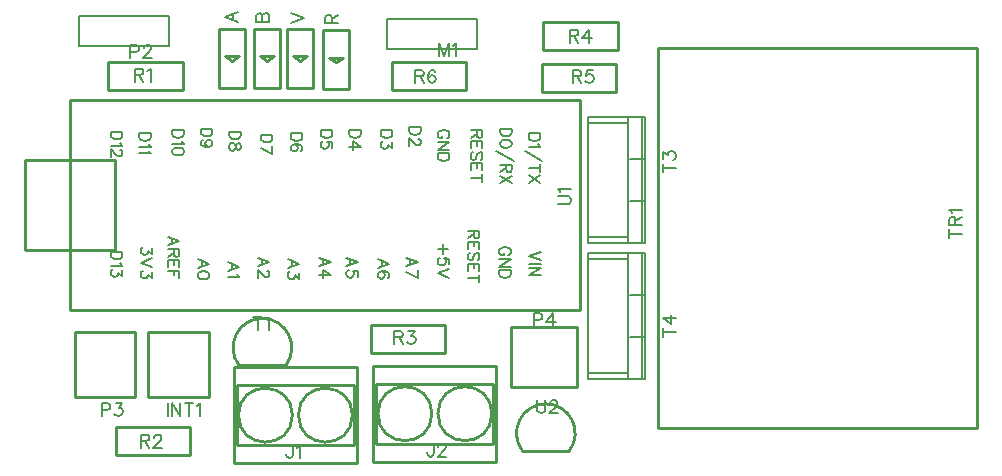
<source format=gto>
G04 Layer: TopSilkLayer*
G04 EasyEDA v5.9.42, Mon, 25 Mar 2019 11:55:45 GMT*
G04 b1db4e5ec28044f985901455ebfe0152*
G04 Gerber Generator version 0.2*
G04 Scale: 100 percent, Rotated: No, Reflected: No *
G04 Dimensions in millimeters *
G04 leading zeros omitted , absolute positions ,3 integer and 3 decimal *
%FSLAX33Y33*%
%MOMM*%
G90*
G71D02*

%ADD10C,0.254000*%
%ADD11C,0.152400*%
%ADD12C,0.203200*%
%ADD28C,0.149987*%
%ADD29C,0.202999*%

%LPD*%
G54D10*
G01X254Y30734D02*
G01X254Y12954D01*
G01X254Y12954D02*
G01X43434Y12954D01*
G01X43434Y12954D02*
G01X43434Y30734D01*
G01X43434Y30734D02*
G01X254Y30734D01*
G01X4064Y25654D02*
G01X-3556Y25654D01*
G01X-3556Y18034D01*
G01X4064Y18034D01*
G01X4064Y25654D01*
G54D28*
G01X47498Y19177D02*
G01X44069Y19177D01*
G01X47498Y28829D02*
G01X44069Y28829D01*
G01X48641Y18669D02*
G01X48641Y29337D01*
G01X47625Y22225D02*
G01X48895Y22225D01*
G01X47625Y25781D02*
G01X48895Y25781D01*
G01X47498Y29337D02*
G01X47498Y18669D01*
G01X48895Y29337D02*
G01X48895Y18669D01*
G01X44069Y18669D01*
G01X44069Y29337D01*
G01X48895Y29337D01*
G01X47498Y7620D02*
G01X44069Y7620D01*
G01X47498Y17272D02*
G01X44069Y17272D01*
G01X48641Y7112D02*
G01X48641Y17780D01*
G01X47625Y10668D02*
G01X48895Y10668D01*
G01X47625Y14224D02*
G01X48895Y14224D01*
G01X47498Y17780D02*
G01X47498Y7112D01*
G01X48895Y17780D02*
G01X48895Y7112D01*
G01X44069Y7112D01*
G01X44069Y17780D01*
G01X48895Y17780D01*
G54D10*
G01X18489Y8279D02*
G01X14530Y8279D01*
G01X4089Y711D02*
G01X4089Y3098D01*
G01X4089Y3098D02*
G01X10388Y3098D01*
G01X10388Y3098D02*
G01X10388Y711D01*
G01X10388Y711D02*
G01X4089Y711D01*
G01X40284Y35001D02*
G01X40284Y37388D01*
G01X40284Y37388D02*
G01X46583Y37388D01*
G01X46583Y37388D02*
G01X46583Y35001D01*
G01X46583Y35001D02*
G01X40284Y35001D01*
G01X40157Y31445D02*
G01X40157Y33832D01*
G01X40157Y33832D02*
G01X46456Y33832D01*
G01X46456Y33832D02*
G01X46456Y31445D01*
G01X46456Y31445D02*
G01X40157Y31445D01*
G01X25679Y9347D02*
G01X25679Y11734D01*
G01X25679Y11734D02*
G01X31978Y11734D01*
G01X31978Y11734D02*
G01X31978Y9347D01*
G01X31978Y9347D02*
G01X25679Y9347D01*
G01X3454Y31572D02*
G01X3454Y33959D01*
G01X3454Y33959D02*
G01X9753Y33959D01*
G01X9753Y33959D02*
G01X9753Y31572D01*
G01X9753Y31572D02*
G01X3454Y31572D01*
G01X23332Y34333D02*
G01X22733Y33933D01*
G01X22133Y34333D01*
G01X23332Y34333D01*
G01X23809Y36645D02*
G01X23809Y31646D01*
G01X21610Y31646D01*
G01X21610Y36645D01*
G01X23809Y36645D01*
G01X20284Y34460D02*
G01X19685Y34060D01*
G01X19085Y34460D01*
G01X20284Y34460D01*
G01X20761Y36772D02*
G01X20761Y31773D01*
G01X18562Y31773D01*
G01X18562Y36772D01*
G01X20761Y36772D01*
G01X17490Y34460D02*
G01X16891Y34060D01*
G01X16291Y34460D01*
G01X17490Y34460D01*
G01X17967Y36772D02*
G01X17967Y31773D01*
G01X15768Y31773D01*
G01X15768Y36772D01*
G01X17967Y36772D01*
G01X14569Y34460D02*
G01X13970Y34060D01*
G01X13370Y34460D01*
G01X14569Y34460D01*
G01X15046Y36772D02*
G01X15046Y31773D01*
G01X12847Y31773D01*
G01X12847Y36772D01*
G01X15046Y36772D01*
G54D12*
G01X2921Y37846D02*
G01X1016Y37846D01*
G01X1016Y35306D01*
G01X8636Y35306D01*
G01X8636Y37846D01*
G54D29*
G01X8636Y37846D02*
G01X2921Y37846D01*
G54D12*
G01X28956Y37592D02*
G01X27051Y37592D01*
G01X27051Y35052D01*
G01X34671Y35052D01*
G01X34671Y37592D01*
G54D29*
G01X34671Y37592D02*
G01X28956Y37592D01*
G54D10*
G01X11911Y5586D02*
G01X6861Y5586D01*
G01X6861Y11136D01*
G01X11961Y11136D01*
G01X11961Y5586D01*
G01X27457Y31572D02*
G01X27457Y33959D01*
G01X27457Y33959D02*
G01X33756Y33959D01*
G01X33756Y33959D02*
G01X33756Y31572D01*
G01X33756Y31572D02*
G01X27457Y31572D01*
G01X5688Y5586D02*
G01X638Y5586D01*
G01X638Y11136D01*
G01X5738Y11136D01*
G01X5738Y5586D01*
G01X77000Y35151D02*
G01X77000Y2948D01*
G01X77000Y2948D02*
G01X49999Y2948D01*
G01X49999Y2948D02*
G01X49999Y35151D01*
G01X49999Y35151D02*
G01X77000Y35151D01*
G01X14097Y0D02*
G01X14097Y8128D01*
G01X24511Y8128D01*
G01X24511Y0D01*
G01X14097Y0D01*
G01X14351Y1524D02*
G01X14351Y6604D01*
G01X24257Y6604D01*
G01X24257Y1524D01*
G01X14351Y1524D01*
G01X36322Y8255D02*
G01X36322Y127D01*
G01X25908Y127D01*
G01X25908Y8255D01*
G01X36322Y8255D01*
G01X36068Y6731D02*
G01X36068Y1651D01*
G01X26162Y1651D01*
G01X26162Y6731D01*
G01X36068Y6731D01*
G01X37590Y6503D02*
G01X37590Y11553D01*
G01X43140Y11553D01*
G01X43140Y6453D01*
G01X37590Y6453D01*
G01X42492Y1040D02*
G01X38533Y1040D01*
G54D11*
G01X41528Y21910D02*
G01X42306Y21910D01*
G01X42463Y21960D01*
G01X42567Y22064D01*
G01X42618Y22222D01*
G01X42618Y22326D01*
G01X42567Y22481D01*
G01X42463Y22585D01*
G01X42306Y22636D01*
G01X41528Y22636D01*
G01X41734Y22979D02*
G01X41683Y23083D01*
G01X41528Y23241D01*
G01X42618Y23241D01*
G54D12*
G01X40027Y27939D02*
G01X39057Y27939D01*
G01X40027Y27939D02*
G01X40027Y27617D01*
G01X39982Y27477D01*
G01X39890Y27386D01*
G01X39796Y27340D01*
G01X39659Y27292D01*
G01X39428Y27292D01*
G01X39288Y27340D01*
G01X39197Y27386D01*
G01X39105Y27477D01*
G01X39057Y27617D01*
G01X39057Y27939D01*
G01X39842Y26987D02*
G01X39890Y26896D01*
G01X40027Y26758D01*
G01X39057Y26758D01*
G01X40213Y25620D02*
G01X38734Y26454D01*
G01X40027Y24993D02*
G01X39057Y24993D01*
G01X40027Y25316D02*
G01X40027Y24670D01*
G01X40027Y24366D02*
G01X39057Y23718D01*
G01X40027Y23718D02*
G01X39057Y24366D01*
G01X37315Y17594D02*
G01X37409Y17640D01*
G01X37500Y17734D01*
G01X37546Y17825D01*
G01X37546Y18011D01*
G01X37500Y18102D01*
G01X37409Y18196D01*
G01X37315Y18242D01*
G01X37178Y18288D01*
G01X36946Y18288D01*
G01X36807Y18242D01*
G01X36715Y18196D01*
G01X36624Y18102D01*
G01X36576Y18011D01*
G01X36576Y17825D01*
G01X36624Y17734D01*
G01X36715Y17640D01*
G01X36807Y17594D01*
G01X36946Y17594D01*
G01X36946Y17825D02*
G01X36946Y17594D01*
G01X37546Y17289D02*
G01X36576Y17289D01*
G01X37546Y17289D02*
G01X36576Y16644D01*
G01X37546Y16644D02*
G01X36576Y16644D01*
G01X37546Y16339D02*
G01X36576Y16339D01*
G01X37546Y16339D02*
G01X37546Y16014D01*
G01X37500Y15877D01*
G01X37409Y15786D01*
G01X37315Y15737D01*
G01X37178Y15692D01*
G01X36946Y15692D01*
G01X36807Y15737D01*
G01X36715Y15786D01*
G01X36624Y15877D01*
G01X36576Y16014D01*
G01X36576Y16339D01*
G01X32202Y18125D02*
G01X31369Y18125D01*
G01X31785Y18542D02*
G01X31785Y17711D01*
G01X32339Y16852D02*
G01X32339Y17312D01*
G01X31925Y17360D01*
G01X31971Y17312D01*
G01X32016Y17175D01*
G01X32016Y17035D01*
G01X31971Y16898D01*
G01X31877Y16804D01*
G01X31739Y16758D01*
G01X31645Y16758D01*
G01X31508Y16804D01*
G01X31417Y16898D01*
G01X31369Y17035D01*
G01X31369Y17175D01*
G01X31417Y17312D01*
G01X31463Y17360D01*
G01X31554Y17406D01*
G01X32339Y16454D02*
G01X31369Y16085D01*
G01X32339Y15714D02*
G01X31369Y16085D01*
G01X4653Y28067D02*
G01X3682Y28067D01*
G01X4653Y28067D02*
G01X4653Y27744D01*
G01X4607Y27604D01*
G01X4516Y27513D01*
G01X4422Y27467D01*
G01X4284Y27419D01*
G01X4053Y27419D01*
G01X3914Y27467D01*
G01X3822Y27513D01*
G01X3731Y27604D01*
G01X3682Y27744D01*
G01X3682Y28067D01*
G01X4467Y27114D02*
G01X4516Y27023D01*
G01X4653Y26885D01*
G01X3682Y26885D01*
G01X4422Y26532D02*
G01X4467Y26532D01*
G01X4561Y26487D01*
G01X4607Y26441D01*
G01X4653Y26349D01*
G01X4653Y26164D01*
G01X4607Y26073D01*
G01X4561Y26024D01*
G01X4467Y25979D01*
G01X4376Y25979D01*
G01X4284Y26024D01*
G01X4145Y26118D01*
G01X3682Y26581D01*
G01X3682Y25933D01*
G01X40086Y17907D02*
G01X39116Y17538D01*
G01X40086Y17167D02*
G01X39116Y17538D01*
G01X40086Y16863D02*
G01X39116Y16863D01*
G01X40086Y16558D02*
G01X39116Y16558D01*
G01X40086Y16558D02*
G01X39116Y15913D01*
G01X40086Y15913D02*
G01X39116Y15913D01*
G01X4653Y17907D02*
G01X3682Y17907D01*
G01X4653Y17907D02*
G01X4653Y17584D01*
G01X4607Y17444D01*
G01X4516Y17353D01*
G01X4422Y17307D01*
G01X4284Y17259D01*
G01X4053Y17259D01*
G01X3914Y17307D01*
G01X3822Y17353D01*
G01X3731Y17444D01*
G01X3682Y17584D01*
G01X3682Y17907D01*
G01X4467Y16954D02*
G01X4516Y16863D01*
G01X4653Y16725D01*
G01X3682Y16725D01*
G01X4653Y16327D02*
G01X4653Y15819D01*
G01X4284Y16095D01*
G01X4284Y15958D01*
G01X4239Y15864D01*
G01X4190Y15819D01*
G01X4053Y15773D01*
G01X3959Y15773D01*
G01X3822Y15819D01*
G01X3731Y15913D01*
G01X3682Y16050D01*
G01X3682Y16189D01*
G01X3731Y16327D01*
G01X3776Y16372D01*
G01X3868Y16421D01*
G01X32108Y27500D02*
G01X32202Y27546D01*
G01X32293Y27640D01*
G01X32339Y27731D01*
G01X32339Y27917D01*
G01X32293Y28008D01*
G01X32202Y28102D01*
G01X32108Y28148D01*
G01X31971Y28194D01*
G01X31739Y28194D01*
G01X31600Y28148D01*
G01X31508Y28102D01*
G01X31417Y28008D01*
G01X31369Y27917D01*
G01X31369Y27731D01*
G01X31417Y27640D01*
G01X31508Y27546D01*
G01X31600Y27500D01*
G01X31739Y27500D01*
G01X31739Y27731D02*
G01X31739Y27500D01*
G01X32339Y27195D02*
G01X31369Y27195D01*
G01X32339Y27195D02*
G01X31369Y26550D01*
G01X32339Y26550D02*
G01X31369Y26550D01*
G01X32339Y26245D02*
G01X31369Y26245D01*
G01X32339Y26245D02*
G01X32339Y25920D01*
G01X32293Y25783D01*
G01X32202Y25692D01*
G01X32108Y25643D01*
G01X31971Y25598D01*
G01X31739Y25598D01*
G01X31600Y25643D01*
G01X31508Y25692D01*
G01X31417Y25783D01*
G01X31369Y25920D01*
G01X31369Y26245D01*
G01X37614Y28321D02*
G01X36644Y28321D01*
G01X37614Y28321D02*
G01X37614Y27998D01*
G01X37569Y27858D01*
G01X37477Y27767D01*
G01X37383Y27721D01*
G01X37246Y27673D01*
G01X37015Y27673D01*
G01X36875Y27721D01*
G01X36784Y27767D01*
G01X36692Y27858D01*
G01X36644Y27998D01*
G01X36644Y28321D01*
G01X37614Y27091D02*
G01X37569Y27231D01*
G01X37429Y27322D01*
G01X37200Y27368D01*
G01X37061Y27368D01*
G01X36829Y27322D01*
G01X36692Y27231D01*
G01X36644Y27091D01*
G01X36644Y27000D01*
G01X36692Y26860D01*
G01X36829Y26769D01*
G01X37061Y26723D01*
G01X37200Y26723D01*
G01X37429Y26769D01*
G01X37569Y26860D01*
G01X37614Y27000D01*
G01X37614Y27091D01*
G01X37800Y25587D02*
G01X36321Y26418D01*
G01X37614Y25283D02*
G01X36644Y25283D01*
G01X37614Y25283D02*
G01X37614Y24866D01*
G01X37569Y24726D01*
G01X37523Y24681D01*
G01X37429Y24635D01*
G01X37337Y24635D01*
G01X37246Y24681D01*
G01X37200Y24726D01*
G01X37152Y24866D01*
G01X37152Y25283D01*
G01X37152Y24958D02*
G01X36644Y24635D01*
G01X37614Y24330D02*
G01X36644Y23685D01*
G01X37614Y23685D02*
G01X36644Y24330D01*
G01X35133Y28194D02*
G01X34162Y28194D01*
G01X35133Y28194D02*
G01X35133Y27777D01*
G01X35087Y27640D01*
G01X35041Y27594D01*
G01X34947Y27546D01*
G01X34856Y27546D01*
G01X34764Y27594D01*
G01X34719Y27640D01*
G01X34670Y27777D01*
G01X34670Y28194D01*
G01X34670Y27871D02*
G01X34162Y27546D01*
G01X35133Y27241D02*
G01X34162Y27241D01*
G01X35133Y27241D02*
G01X35133Y26642D01*
G01X34670Y27241D02*
G01X34670Y26873D01*
G01X34162Y27241D02*
G01X34162Y26642D01*
G01X34996Y25692D02*
G01X35087Y25783D01*
G01X35133Y25920D01*
G01X35133Y26106D01*
G01X35087Y26245D01*
G01X34996Y26337D01*
G01X34902Y26337D01*
G01X34810Y26291D01*
G01X34764Y26245D01*
G01X34719Y26151D01*
G01X34625Y25875D01*
G01X34579Y25783D01*
G01X34533Y25737D01*
G01X34439Y25692D01*
G01X34302Y25692D01*
G01X34211Y25783D01*
G01X34162Y25920D01*
G01X34162Y26106D01*
G01X34211Y26245D01*
G01X34302Y26337D01*
G01X35133Y25387D02*
G01X34162Y25387D01*
G01X35133Y25387D02*
G01X35133Y24785D01*
G01X34670Y25387D02*
G01X34670Y25016D01*
G01X34162Y25387D02*
G01X34162Y24785D01*
G01X35133Y24157D02*
G01X34162Y24157D01*
G01X35133Y24480D02*
G01X35133Y23835D01*
G01X29926Y28448D02*
G01X28956Y28448D01*
G01X29926Y28448D02*
G01X29926Y28125D01*
G01X29880Y27985D01*
G01X29789Y27894D01*
G01X29695Y27848D01*
G01X29558Y27800D01*
G01X29326Y27800D01*
G01X29187Y27848D01*
G01X29095Y27894D01*
G01X29004Y27985D01*
G01X28956Y28125D01*
G01X28956Y28448D01*
G01X29695Y27449D02*
G01X29740Y27449D01*
G01X29834Y27404D01*
G01X29880Y27358D01*
G01X29926Y27266D01*
G01X29926Y27081D01*
G01X29880Y26987D01*
G01X29834Y26941D01*
G01X29740Y26896D01*
G01X29649Y26896D01*
G01X29558Y26941D01*
G01X29418Y27035D01*
G01X28956Y27495D01*
G01X28956Y26850D01*
G01X27513Y28194D02*
G01X26543Y28194D01*
G01X27513Y28194D02*
G01X27513Y27871D01*
G01X27467Y27731D01*
G01X27376Y27640D01*
G01X27282Y27594D01*
G01X27145Y27546D01*
G01X26913Y27546D01*
G01X26774Y27594D01*
G01X26682Y27640D01*
G01X26591Y27731D01*
G01X26543Y27871D01*
G01X26543Y28194D01*
G01X27513Y27150D02*
G01X27513Y26642D01*
G01X27145Y26918D01*
G01X27145Y26781D01*
G01X27099Y26687D01*
G01X27051Y26642D01*
G01X26913Y26596D01*
G01X26819Y26596D01*
G01X26682Y26642D01*
G01X26591Y26733D01*
G01X26543Y26873D01*
G01X26543Y27012D01*
G01X26591Y27150D01*
G01X26637Y27195D01*
G01X26728Y27241D01*
G01X24846Y28194D02*
G01X23875Y28194D01*
G01X24846Y28194D02*
G01X24846Y27871D01*
G01X24800Y27731D01*
G01X24709Y27640D01*
G01X24615Y27594D01*
G01X24477Y27546D01*
G01X24246Y27546D01*
G01X24107Y27594D01*
G01X24015Y27640D01*
G01X23924Y27731D01*
G01X23875Y27871D01*
G01X23875Y28194D01*
G01X24846Y26781D02*
G01X24201Y27241D01*
G01X24201Y26550D01*
G01X24846Y26781D02*
G01X23875Y26781D01*
G01X22433Y28194D02*
G01X21462Y28194D01*
G01X22433Y28194D02*
G01X22433Y27871D01*
G01X22387Y27731D01*
G01X22296Y27640D01*
G01X22202Y27594D01*
G01X22064Y27546D01*
G01X21833Y27546D01*
G01X21694Y27594D01*
G01X21602Y27640D01*
G01X21511Y27731D01*
G01X21462Y27871D01*
G01X21462Y28194D01*
G01X22433Y26687D02*
G01X22433Y27150D01*
G01X22019Y27195D01*
G01X22064Y27150D01*
G01X22110Y27012D01*
G01X22110Y26873D01*
G01X22064Y26733D01*
G01X21970Y26642D01*
G01X21833Y26596D01*
G01X21739Y26596D01*
G01X21602Y26642D01*
G01X21511Y26733D01*
G01X21462Y26873D01*
G01X21462Y27012D01*
G01X21511Y27150D01*
G01X21556Y27195D01*
G01X21648Y27241D01*
G01X19893Y27939D02*
G01X18922Y27939D01*
G01X19893Y27939D02*
G01X19893Y27617D01*
G01X19847Y27477D01*
G01X19756Y27386D01*
G01X19662Y27340D01*
G01X19524Y27292D01*
G01X19293Y27292D01*
G01X19154Y27340D01*
G01X19062Y27386D01*
G01X18971Y27477D01*
G01X18922Y27617D01*
G01X18922Y27939D01*
G01X19756Y26433D02*
G01X19847Y26479D01*
G01X19893Y26619D01*
G01X19893Y26710D01*
G01X19847Y26850D01*
G01X19707Y26941D01*
G01X19479Y26987D01*
G01X19248Y26987D01*
G01X19062Y26941D01*
G01X18971Y26850D01*
G01X18922Y26710D01*
G01X18922Y26664D01*
G01X18971Y26527D01*
G01X19062Y26433D01*
G01X19199Y26388D01*
G01X19248Y26388D01*
G01X19385Y26433D01*
G01X19479Y26527D01*
G01X19524Y26664D01*
G01X19524Y26710D01*
G01X19479Y26850D01*
G01X19385Y26941D01*
G01X19248Y26987D01*
G01X17353Y27813D02*
G01X16382Y27813D01*
G01X17353Y27813D02*
G01X17353Y27490D01*
G01X17307Y27350D01*
G01X17216Y27259D01*
G01X17122Y27213D01*
G01X16984Y27165D01*
G01X16753Y27165D01*
G01X16614Y27213D01*
G01X16522Y27259D01*
G01X16431Y27350D01*
G01X16382Y27490D01*
G01X16382Y27813D01*
G01X17353Y26215D02*
G01X16382Y26677D01*
G01X17353Y26860D02*
G01X17353Y26215D01*
G01X14686Y28067D02*
G01X13715Y28067D01*
G01X14686Y28067D02*
G01X14686Y27744D01*
G01X14640Y27604D01*
G01X14549Y27513D01*
G01X14455Y27467D01*
G01X14317Y27419D01*
G01X14086Y27419D01*
G01X13947Y27467D01*
G01X13855Y27513D01*
G01X13764Y27604D01*
G01X13715Y27744D01*
G01X13715Y28067D01*
G01X14686Y26885D02*
G01X14640Y27023D01*
G01X14549Y27068D01*
G01X14455Y27068D01*
G01X14363Y27023D01*
G01X14317Y26931D01*
G01X14272Y26746D01*
G01X14223Y26606D01*
G01X14132Y26515D01*
G01X14041Y26469D01*
G01X13901Y26469D01*
G01X13809Y26515D01*
G01X13764Y26560D01*
G01X13715Y26700D01*
G01X13715Y26885D01*
G01X13764Y27023D01*
G01X13809Y27068D01*
G01X13901Y27114D01*
G01X14041Y27114D01*
G01X14132Y27068D01*
G01X14223Y26977D01*
G01X14272Y26837D01*
G01X14317Y26654D01*
G01X14363Y26560D01*
G01X14455Y26515D01*
G01X14549Y26515D01*
G01X14640Y26560D01*
G01X14686Y26700D01*
G01X14686Y26885D01*
G01X12273Y28320D02*
G01X11302Y28320D01*
G01X12273Y28320D02*
G01X12273Y27998D01*
G01X12227Y27858D01*
G01X12136Y27767D01*
G01X12042Y27721D01*
G01X11904Y27673D01*
G01X11673Y27673D01*
G01X11534Y27721D01*
G01X11442Y27767D01*
G01X11351Y27858D01*
G01X11302Y27998D01*
G01X11302Y28320D01*
G01X11950Y26769D02*
G01X11810Y26814D01*
G01X11719Y26908D01*
G01X11673Y27045D01*
G01X11673Y27091D01*
G01X11719Y27231D01*
G01X11810Y27322D01*
G01X11950Y27368D01*
G01X11996Y27368D01*
G01X12136Y27322D01*
G01X12227Y27231D01*
G01X12273Y27091D01*
G01X12273Y27045D01*
G01X12227Y26908D01*
G01X12136Y26814D01*
G01X11950Y26769D01*
G01X11719Y26769D01*
G01X11488Y26814D01*
G01X11351Y26908D01*
G01X11302Y27045D01*
G01X11302Y27139D01*
G01X11351Y27277D01*
G01X11442Y27322D01*
G01X9860Y28194D02*
G01X8889Y28194D01*
G01X9860Y28194D02*
G01X9860Y27871D01*
G01X9814Y27731D01*
G01X9723Y27640D01*
G01X9629Y27594D01*
G01X9491Y27546D01*
G01X9260Y27546D01*
G01X9121Y27594D01*
G01X9029Y27640D01*
G01X8938Y27731D01*
G01X8889Y27871D01*
G01X8889Y28194D01*
G01X9674Y27241D02*
G01X9723Y27150D01*
G01X9860Y27012D01*
G01X8889Y27012D01*
G01X9860Y26428D02*
G01X9814Y26568D01*
G01X9674Y26659D01*
G01X9446Y26708D01*
G01X9306Y26708D01*
G01X9075Y26659D01*
G01X8938Y26568D01*
G01X8889Y26428D01*
G01X8889Y26337D01*
G01X8938Y26200D01*
G01X9075Y26106D01*
G01X9306Y26060D01*
G01X9446Y26060D01*
G01X9674Y26106D01*
G01X9814Y26200D01*
G01X9860Y26337D01*
G01X9860Y26428D01*
G01X7066Y27940D02*
G01X6095Y27940D01*
G01X7066Y27940D02*
G01X7066Y27617D01*
G01X7020Y27477D01*
G01X6929Y27386D01*
G01X6835Y27340D01*
G01X6697Y27292D01*
G01X6466Y27292D01*
G01X6327Y27340D01*
G01X6235Y27386D01*
G01X6144Y27477D01*
G01X6095Y27617D01*
G01X6095Y27940D01*
G01X6880Y26987D02*
G01X6929Y26896D01*
G01X7066Y26758D01*
G01X6095Y26758D01*
G01X6880Y26454D02*
G01X6929Y26360D01*
G01X7066Y26222D01*
G01X6095Y26222D01*
G01X7193Y18196D02*
G01X7193Y17688D01*
G01X6824Y17965D01*
G01X6824Y17825D01*
G01X6779Y17734D01*
G01X6730Y17688D01*
G01X6593Y17640D01*
G01X6499Y17640D01*
G01X6362Y17688D01*
G01X6271Y17780D01*
G01X6222Y17919D01*
G01X6222Y18056D01*
G01X6271Y18196D01*
G01X6316Y18242D01*
G01X6408Y18288D01*
G01X7193Y17335D02*
G01X6222Y16967D01*
G01X7193Y16598D02*
G01X6222Y16967D01*
G01X7193Y16200D02*
G01X7193Y15692D01*
G01X6824Y15968D01*
G01X6824Y15831D01*
G01X6779Y15737D01*
G01X6730Y15692D01*
G01X6593Y15646D01*
G01X6499Y15646D01*
G01X6362Y15692D01*
G01X6271Y15786D01*
G01X6222Y15923D01*
G01X6222Y16062D01*
G01X6271Y16200D01*
G01X6316Y16245D01*
G01X6408Y16294D01*
G01X9479Y18808D02*
G01X8508Y19177D01*
G01X9479Y18808D02*
G01X8508Y18437D01*
G01X8834Y19037D02*
G01X8834Y18577D01*
G01X9479Y18133D02*
G01X8508Y18133D01*
G01X9479Y18133D02*
G01X9479Y17716D01*
G01X9433Y17579D01*
G01X9387Y17533D01*
G01X9293Y17487D01*
G01X9202Y17487D01*
G01X9110Y17533D01*
G01X9065Y17579D01*
G01X9016Y17716D01*
G01X9016Y18133D01*
G01X9016Y17810D02*
G01X8508Y17487D01*
G01X9479Y17183D02*
G01X8508Y17183D01*
G01X9479Y17183D02*
G01X9479Y16581D01*
G01X9016Y17183D02*
G01X9016Y16812D01*
G01X8508Y17183D02*
G01X8508Y16581D01*
G01X9479Y16276D02*
G01X8508Y16276D01*
G01X9479Y16276D02*
G01X9479Y15676D01*
G01X9016Y16276D02*
G01X9016Y15908D01*
G01X12019Y16903D02*
G01X11048Y17272D01*
G01X12019Y16903D02*
G01X11048Y16532D01*
G01X11374Y17132D02*
G01X11374Y16672D01*
G01X12019Y15951D02*
G01X11973Y16090D01*
G01X11833Y16182D01*
G01X11605Y16228D01*
G01X11465Y16228D01*
G01X11234Y16182D01*
G01X11097Y16090D01*
G01X11048Y15951D01*
G01X11048Y15859D01*
G01X11097Y15720D01*
G01X11234Y15628D01*
G01X11465Y15582D01*
G01X11605Y15582D01*
G01X11833Y15628D01*
G01X11973Y15720D01*
G01X12019Y15859D01*
G01X12019Y15951D01*
G01X14559Y16649D02*
G01X13588Y17018D01*
G01X14559Y16649D02*
G01X13588Y16278D01*
G01X13914Y16878D02*
G01X13914Y16418D01*
G01X14373Y15974D02*
G01X14422Y15882D01*
G01X14559Y15742D01*
G01X13588Y15742D01*
G01X17099Y17030D02*
G01X16128Y17399D01*
G01X17099Y17030D02*
G01X16128Y16659D01*
G01X16454Y17259D02*
G01X16454Y16799D01*
G01X16868Y16309D02*
G01X16913Y16309D01*
G01X17007Y16263D01*
G01X17053Y16217D01*
G01X17099Y16123D01*
G01X17099Y15938D01*
G01X17053Y15847D01*
G01X17007Y15801D01*
G01X16913Y15755D01*
G01X16822Y15755D01*
G01X16730Y15801D01*
G01X16591Y15892D01*
G01X16128Y16355D01*
G01X16128Y15709D01*
G01X19639Y16903D02*
G01X18668Y17272D01*
G01X19639Y16903D02*
G01X18668Y16532D01*
G01X18994Y17132D02*
G01X18994Y16672D01*
G01X19639Y16136D02*
G01X19639Y15628D01*
G01X19270Y15905D01*
G01X19270Y15765D01*
G01X19225Y15674D01*
G01X19176Y15628D01*
G01X19039Y15582D01*
G01X18945Y15582D01*
G01X18808Y15628D01*
G01X18717Y15720D01*
G01X18668Y15859D01*
G01X18668Y15996D01*
G01X18717Y16136D01*
G01X18762Y16182D01*
G01X18854Y16228D01*
G01X22306Y17030D02*
G01X21335Y17399D01*
G01X22306Y17030D02*
G01X21335Y16659D01*
G01X21661Y17259D02*
G01X21661Y16799D01*
G01X22306Y15892D02*
G01X21661Y16355D01*
G01X21661Y15661D01*
G01X22306Y15892D02*
G01X21335Y15892D01*
G01X24592Y17030D02*
G01X23621Y17399D01*
G01X24592Y17030D02*
G01X23621Y16659D01*
G01X23947Y17259D02*
G01X23947Y16799D01*
G01X24592Y15801D02*
G01X24592Y16263D01*
G01X24178Y16309D01*
G01X24223Y16263D01*
G01X24269Y16123D01*
G01X24269Y15986D01*
G01X24223Y15847D01*
G01X24129Y15755D01*
G01X23992Y15709D01*
G01X23898Y15709D01*
G01X23761Y15755D01*
G01X23670Y15847D01*
G01X23621Y15986D01*
G01X23621Y16123D01*
G01X23670Y16263D01*
G01X23715Y16309D01*
G01X23807Y16355D01*
G01X27259Y16903D02*
G01X26289Y17272D01*
G01X27259Y16903D02*
G01X26289Y16532D01*
G01X26614Y17132D02*
G01X26614Y16672D01*
G01X27122Y15674D02*
G01X27213Y15720D01*
G01X27259Y15859D01*
G01X27259Y15951D01*
G01X27213Y16090D01*
G01X27073Y16182D01*
G01X26845Y16228D01*
G01X26614Y16228D01*
G01X26428Y16182D01*
G01X26337Y16090D01*
G01X26289Y15951D01*
G01X26289Y15905D01*
G01X26337Y15765D01*
G01X26428Y15674D01*
G01X26565Y15628D01*
G01X26614Y15628D01*
G01X26751Y15674D01*
G01X26845Y15765D01*
G01X26891Y15905D01*
G01X26891Y15951D01*
G01X26845Y16090D01*
G01X26751Y16182D01*
G01X26614Y16228D01*
G01X29672Y17030D02*
G01X28702Y17399D01*
G01X29672Y17030D02*
G01X28702Y16659D01*
G01X29027Y17259D02*
G01X29027Y16799D01*
G01X29672Y15709D02*
G01X28702Y16169D01*
G01X29672Y16355D02*
G01X29672Y15709D01*
G01X34879Y19685D02*
G01X33909Y19685D01*
G01X34879Y19685D02*
G01X34879Y19268D01*
G01X34833Y19131D01*
G01X34787Y19085D01*
G01X34693Y19037D01*
G01X34602Y19037D01*
G01X34511Y19085D01*
G01X34465Y19131D01*
G01X34417Y19268D01*
G01X34417Y19685D01*
G01X34417Y19362D02*
G01X33909Y19037D01*
G01X34879Y18732D02*
G01X33909Y18732D01*
G01X34879Y18732D02*
G01X34879Y18133D01*
G01X34417Y18732D02*
G01X34417Y18364D01*
G01X33909Y18732D02*
G01X33909Y18133D01*
G01X34742Y17183D02*
G01X34833Y17274D01*
G01X34879Y17411D01*
G01X34879Y17597D01*
G01X34833Y17736D01*
G01X34742Y17828D01*
G01X34648Y17828D01*
G01X34556Y17782D01*
G01X34511Y17736D01*
G01X34465Y17642D01*
G01X34371Y17365D01*
G01X34325Y17274D01*
G01X34279Y17228D01*
G01X34185Y17183D01*
G01X34048Y17183D01*
G01X33957Y17274D01*
G01X33909Y17411D01*
G01X33909Y17597D01*
G01X33957Y17736D01*
G01X34048Y17828D01*
G01X34879Y16878D02*
G01X33909Y16878D01*
G01X34879Y16878D02*
G01X34879Y16276D01*
G01X34417Y16878D02*
G01X34417Y16507D01*
G01X33909Y16878D02*
G01X33909Y16276D01*
G01X34879Y15648D02*
G01X33909Y15648D01*
G01X34879Y15971D02*
G01X34879Y15326D01*
G54D11*
G01X50418Y24980D02*
G01X51508Y24980D01*
G01X50418Y24617D02*
G01X50418Y25344D01*
G01X50418Y25791D02*
G01X50418Y26362D01*
G01X50832Y26052D01*
G01X50832Y26207D01*
G01X50886Y26311D01*
G01X50937Y26362D01*
G01X51092Y26415D01*
G01X51196Y26415D01*
G01X51353Y26362D01*
G01X51457Y26258D01*
G01X51508Y26103D01*
G01X51508Y25948D01*
G01X51457Y25791D01*
G01X51404Y25740D01*
G01X51300Y25686D01*
G01X50418Y11087D02*
G01X51508Y11087D01*
G01X50418Y10723D02*
G01X50418Y11450D01*
G01X50418Y12313D02*
G01X51145Y11793D01*
G01X51145Y12573D01*
G01X50418Y12313D02*
G01X51508Y12313D01*
G01X16098Y12372D02*
G01X16098Y11282D01*
G01X15735Y12372D02*
G01X16461Y12372D01*
G01X16804Y12166D02*
G01X16908Y12217D01*
G01X17066Y12372D01*
G01X17066Y11282D01*
G01X6223Y2413D02*
G01X6223Y1323D01*
G01X6223Y2413D02*
G01X6690Y2413D01*
G01X6845Y2362D01*
G01X6898Y2311D01*
G01X6949Y2207D01*
G01X6949Y2103D01*
G01X6898Y1998D01*
G01X6845Y1945D01*
G01X6690Y1894D01*
G01X6223Y1894D01*
G01X6586Y1894D02*
G01X6949Y1323D01*
G01X7345Y2153D02*
G01X7345Y2207D01*
G01X7396Y2311D01*
G01X7449Y2362D01*
G01X7553Y2413D01*
G01X7759Y2413D01*
G01X7863Y2362D01*
G01X7917Y2311D01*
G01X7967Y2207D01*
G01X7967Y2103D01*
G01X7917Y1998D01*
G01X7813Y1841D01*
G01X7292Y1323D01*
G01X8021Y1323D01*
G01X42545Y36703D02*
G01X42545Y35613D01*
G01X42545Y36703D02*
G01X43012Y36703D01*
G01X43167Y36652D01*
G01X43220Y36601D01*
G01X43271Y36497D01*
G01X43271Y36393D01*
G01X43220Y36288D01*
G01X43167Y36235D01*
G01X43012Y36184D01*
G01X42545Y36184D01*
G01X42908Y36184D02*
G01X43271Y35613D01*
G01X44135Y36703D02*
G01X43614Y35976D01*
G01X44394Y35976D01*
G01X44135Y36703D02*
G01X44135Y35613D01*
G01X42799Y33274D02*
G01X42799Y32184D01*
G01X42799Y33274D02*
G01X43266Y33274D01*
G01X43421Y33223D01*
G01X43474Y33172D01*
G01X43525Y33068D01*
G01X43525Y32964D01*
G01X43474Y32859D01*
G01X43421Y32806D01*
G01X43266Y32755D01*
G01X42799Y32755D01*
G01X43162Y32755D02*
G01X43525Y32184D01*
G01X44493Y33274D02*
G01X43972Y33274D01*
G01X43921Y32806D01*
G01X43972Y32859D01*
G01X44129Y32910D01*
G01X44284Y32910D01*
G01X44439Y32859D01*
G01X44543Y32755D01*
G01X44597Y32600D01*
G01X44597Y32496D01*
G01X44543Y32339D01*
G01X44439Y32235D01*
G01X44284Y32184D01*
G01X44129Y32184D01*
G01X43972Y32235D01*
G01X43921Y32288D01*
G01X43868Y32392D01*
G01X27686Y11176D02*
G01X27686Y10086D01*
G01X27686Y11176D02*
G01X28153Y11176D01*
G01X28308Y11125D01*
G01X28361Y11074D01*
G01X28412Y10970D01*
G01X28412Y10866D01*
G01X28361Y10761D01*
G01X28308Y10708D01*
G01X28153Y10657D01*
G01X27686Y10657D01*
G01X28049Y10657D02*
G01X28412Y10086D01*
G01X28859Y11176D02*
G01X29430Y11176D01*
G01X29121Y10761D01*
G01X29276Y10761D01*
G01X29380Y10708D01*
G01X29430Y10657D01*
G01X29484Y10502D01*
G01X29484Y10398D01*
G01X29430Y10241D01*
G01X29326Y10137D01*
G01X29171Y10086D01*
G01X29016Y10086D01*
G01X28859Y10137D01*
G01X28808Y10190D01*
G01X28755Y10294D01*
G01X5715Y33401D02*
G01X5715Y32311D01*
G01X5715Y33401D02*
G01X6182Y33401D01*
G01X6337Y33350D01*
G01X6390Y33299D01*
G01X6441Y33195D01*
G01X6441Y33091D01*
G01X6390Y32986D01*
G01X6337Y32933D01*
G01X6182Y32882D01*
G01X5715Y32882D01*
G01X6078Y32882D02*
G01X6441Y32311D01*
G01X6784Y33195D02*
G01X6888Y33246D01*
G01X7045Y33401D01*
G01X7045Y32311D01*
G01X21844Y37246D02*
G01X22936Y37246D01*
G01X21844Y37246D02*
G01X21844Y37713D01*
G01X21897Y37868D01*
G01X21948Y37922D01*
G01X22052Y37973D01*
G01X22156Y37973D01*
G01X22260Y37922D01*
G01X22311Y37868D01*
G01X22364Y37713D01*
G01X22364Y37246D01*
G01X22364Y37609D02*
G01X22936Y37973D01*
G01X18923Y37269D02*
G01X20012Y37685D01*
G01X18923Y38100D02*
G01X20012Y37685D01*
G01X16002Y37373D02*
G01X17091Y37373D01*
G01X16002Y37373D02*
G01X16002Y37840D01*
G01X16052Y37995D01*
G01X16103Y38049D01*
G01X16207Y38100D01*
G01X16311Y38100D01*
G01X16416Y38049D01*
G01X16469Y37995D01*
G01X16520Y37840D01*
G01X16520Y37373D02*
G01X16520Y37840D01*
G01X16573Y37995D01*
G01X16624Y38049D01*
G01X16728Y38100D01*
G01X16883Y38100D01*
G01X16987Y38049D01*
G01X17040Y37995D01*
G01X17091Y37840D01*
G01X17091Y37373D01*
G01X13334Y37762D02*
G01X14424Y37345D01*
G01X13334Y37762D02*
G01X14424Y38176D01*
G01X14061Y37500D02*
G01X14061Y38021D01*
G01X5334Y35379D02*
G01X5334Y34290D01*
G01X5334Y35379D02*
G01X5801Y35379D01*
G01X5956Y35328D01*
G01X6009Y35278D01*
G01X6060Y35173D01*
G01X6060Y35016D01*
G01X6009Y34912D01*
G01X5956Y34861D01*
G01X5801Y34808D01*
G01X5334Y34808D01*
G01X6456Y35120D02*
G01X6456Y35173D01*
G01X6507Y35278D01*
G01X6560Y35328D01*
G01X6664Y35379D01*
G01X6870Y35379D01*
G01X6974Y35328D01*
G01X7028Y35278D01*
G01X7078Y35173D01*
G01X7078Y35069D01*
G01X7028Y34965D01*
G01X6924Y34808D01*
G01X6403Y34290D01*
G01X7132Y34290D01*
G01X31496Y35560D02*
G01X31496Y34470D01*
G01X31496Y35560D02*
G01X31912Y34470D01*
G01X32326Y35560D02*
G01X31912Y34470D01*
G01X32326Y35560D02*
G01X32326Y34470D01*
G01X32669Y35354D02*
G01X32773Y35405D01*
G01X32931Y35560D01*
G01X32931Y34470D01*
G01X8509Y5079D02*
G01X8509Y3987D01*
G01X8851Y5079D02*
G01X8851Y3987D01*
G01X8851Y5079D02*
G01X9578Y3987D01*
G01X9578Y5079D02*
G01X9578Y3987D01*
G01X10287Y5079D02*
G01X10287Y3987D01*
G01X9921Y5079D02*
G01X10650Y5079D01*
G01X10993Y4871D02*
G01X11097Y4922D01*
G01X11252Y5079D01*
G01X11252Y3987D01*
G01X29464Y33274D02*
G01X29464Y32184D01*
G01X29464Y33274D02*
G01X29931Y33274D01*
G01X30086Y33223D01*
G01X30139Y33172D01*
G01X30190Y33068D01*
G01X30190Y32964D01*
G01X30139Y32859D01*
G01X30086Y32806D01*
G01X29931Y32755D01*
G01X29464Y32755D01*
G01X29827Y32755D02*
G01X30190Y32184D01*
G01X31158Y33119D02*
G01X31104Y33223D01*
G01X30949Y33274D01*
G01X30845Y33274D01*
G01X30690Y33223D01*
G01X30586Y33068D01*
G01X30533Y32806D01*
G01X30533Y32547D01*
G01X30586Y32339D01*
G01X30690Y32235D01*
G01X30845Y32184D01*
G01X30899Y32184D01*
G01X31054Y32235D01*
G01X31158Y32339D01*
G01X31208Y32496D01*
G01X31208Y32547D01*
G01X31158Y32702D01*
G01X31054Y32806D01*
G01X30899Y32859D01*
G01X30845Y32859D01*
G01X30690Y32806D01*
G01X30586Y32702D01*
G01X30533Y32547D01*
G01X2921Y5079D02*
G01X2921Y3987D01*
G01X2921Y5079D02*
G01X3388Y5079D01*
G01X3543Y5026D01*
G01X3596Y4975D01*
G01X3647Y4871D01*
G01X3647Y4716D01*
G01X3596Y4612D01*
G01X3543Y4559D01*
G01X3388Y4508D01*
G01X2921Y4508D01*
G01X4094Y5079D02*
G01X4666Y5079D01*
G01X4356Y4663D01*
G01X4511Y4663D01*
G01X4615Y4612D01*
G01X4666Y4559D01*
G01X4719Y4404D01*
G01X4719Y4300D01*
G01X4666Y4145D01*
G01X4561Y4041D01*
G01X4406Y3987D01*
G01X4251Y3987D01*
G01X4094Y4041D01*
G01X4043Y4091D01*
G01X3990Y4196D01*
G01X74676Y19425D02*
G01X75765Y19425D01*
G01X74676Y19062D02*
G01X74676Y19789D01*
G01X74676Y20132D02*
G01X75765Y20132D01*
G01X74676Y20132D02*
G01X74676Y20599D01*
G01X74726Y20756D01*
G01X74777Y20807D01*
G01X74881Y20861D01*
G01X74985Y20861D01*
G01X75090Y20807D01*
G01X75143Y20756D01*
G01X75194Y20599D01*
G01X75194Y20132D01*
G01X75194Y20497D02*
G01X75765Y20861D01*
G01X74881Y21203D02*
G01X74830Y21308D01*
G01X74676Y21463D01*
G01X75765Y21463D01*
G01X19062Y1524D02*
G01X19062Y693D01*
G01X19009Y538D01*
G01X18958Y485D01*
G01X18854Y434D01*
G01X18750Y434D01*
G01X18646Y485D01*
G01X18592Y538D01*
G01X18542Y693D01*
G01X18542Y797D01*
G01X19405Y1318D02*
G01X19507Y1369D01*
G01X19664Y1524D01*
G01X19664Y434D01*
G01X31000Y1651D02*
G01X31000Y820D01*
G01X30947Y665D01*
G01X30896Y612D01*
G01X30792Y561D01*
G01X30688Y561D01*
G01X30584Y612D01*
G01X30530Y665D01*
G01X30480Y820D01*
G01X30480Y924D01*
G01X31394Y1391D02*
G01X31394Y1445D01*
G01X31445Y1549D01*
G01X31498Y1600D01*
G01X31602Y1651D01*
G01X31811Y1651D01*
G01X31915Y1600D01*
G01X31965Y1549D01*
G01X32016Y1445D01*
G01X32016Y1341D01*
G01X31965Y1237D01*
G01X31861Y1079D01*
G01X31343Y561D01*
G01X32070Y561D01*
G01X39496Y12700D02*
G01X39496Y11607D01*
G01X39496Y12700D02*
G01X39964Y12700D01*
G01X40119Y12646D01*
G01X40172Y12595D01*
G01X40223Y12491D01*
G01X40223Y12336D01*
G01X40172Y12232D01*
G01X40119Y12179D01*
G01X39964Y12128D01*
G01X39496Y12128D01*
G01X41086Y12700D02*
G01X40566Y11971D01*
G01X41346Y11971D01*
G01X41086Y12700D02*
G01X41086Y11607D01*
G01X39751Y5333D02*
G01X39751Y4556D01*
G01X39801Y4399D01*
G01X39905Y4295D01*
G01X40063Y4244D01*
G01X40167Y4244D01*
G01X40322Y4295D01*
G01X40426Y4399D01*
G01X40477Y4556D01*
G01X40477Y5333D01*
G01X40873Y5074D02*
G01X40873Y5128D01*
G01X40924Y5232D01*
G01X40977Y5283D01*
G01X41081Y5333D01*
G01X41287Y5333D01*
G01X41391Y5283D01*
G01X41445Y5232D01*
G01X41495Y5128D01*
G01X41495Y5024D01*
G01X41445Y4919D01*
G01X41341Y4762D01*
G01X40820Y4244D01*
G01X41549Y4244D01*
G54D10*
G75*
G01X18491Y8278D02*
G03X14529Y8278I-1981J1498D01*
G01*
G75*
G01X42494Y1039D02*
G03X38532Y1039I-1981J1498D01*
G01*
G75*
G01X19050Y4064D02*
G03X19050Y4064I-2286J0D01*
G01*
G75*
G01X24130Y4064D02*
G03X24130Y4064I-2286J0D01*
G01*
G75*
G01X35941Y4191D02*
G03X35941Y4191I-2286J0D01*
G01*
G75*
G01X30861Y4191D02*
G03X30861Y4191I-2286J0D01*
G01*
M00*
M02*

</source>
